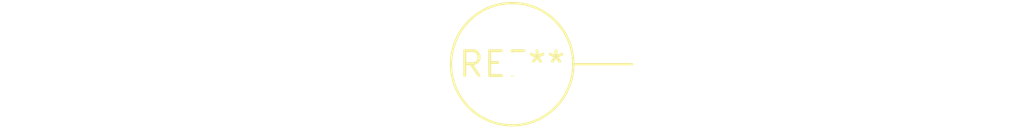
<source format=kicad_pcb>
(kicad_pcb (version 20240108) (generator pcbnew)
  (layers (0 "F.Cu" signal) (31 "B.Cu" signal) (34 "B.Paste" user) (35 "F.Paste" user) (36 "B.SilkS" user "B.Silkscreen") (37 "F.SilkS" user "F.Silkscreen") (38 "B.Mask" user) (39 "F.Mask" user) (44 "Edge.Cuts" user))
  (net 0 "")
  (footprint "R_Axial_DIN0617_L17.0mm_D6.0mm_P7.62mm_Vertical" (layer "F.Cu") (at 0 0)
    (property "Reference" "REF**")
    (property "Value" "R_Axial_DIN0617_L17.0mm_D6.0mm_P7.62mm_Vertical")
    (fp_line (start 3.12 0) (end 6.12 0) (layer "F.SilkS") (stroke (width 0.12)))
    (fp_circle (center 0 0) (end 3.12 0) (layer "F.SilkS") (stroke (width 0.12)) (fill none))
    (pad "1" thru_hole circle (at 0 0) (size 2.4 2.4) (drill 1.2) (layers *.Cu *.Mask) (remove_unused_layers))
    (pad "2" thru_hole oval (at 7.62 0) (size 2.4 2.4) (drill 1.2) (layers *.Cu *.Mask) (remove_unused_layers))
  )
)
</source>
